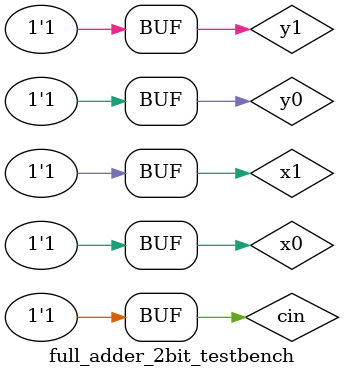
<source format=sv>
`timescale 1ns / 1ps


module full_adder_2bit_testbench();
       // declare internal variables
  logic x0, y0, cin, x1, y1, sum0, sum, carry;
 
  // instantiate the adder module object
      full_adder_2bit test(x0, y0, cin, x1, y1, sum0, sum, carry);
     
      initial begin
          #100; // wait
           
          x0=0;
          y0=0;
          cin=0;
          x1=0;
          y1=0;
          #100;
         
          x0=1;
          y0=0;
          cin=0;
          x1=0;
          y1=0;
          #100;
         
          x0=0;
          y0=1;
          cin=0;
          x1=0;
          y1=0;
          #100;
 
          x0=1;
          y0=0;
          cin=1;
          x1=0;
          y1=0;
          #100;
         
          x0=0;
          y0=1;
          cin=0;
          x1=1;
          y1=0;
          #100;
         
          x0=0;
          y0=1;
          cin=0;
          x1=0;
          y1=1;
          #100;
 
          x0=1;
          y0=0;
          cin=1;
          x1=0;
          y1=1;
          #100;
         
          x0=1;
          y0=1;
          cin=1;
          x1=1;
          y1=1;
          #100;

          end
     initial
          $monitor($time,"x0=%d, y0=%d, cin=%d, sum0=%d, sum=%d, carry=%d", x0, y0, cin, sum0, sum, carry);
   endmodule
</source>
